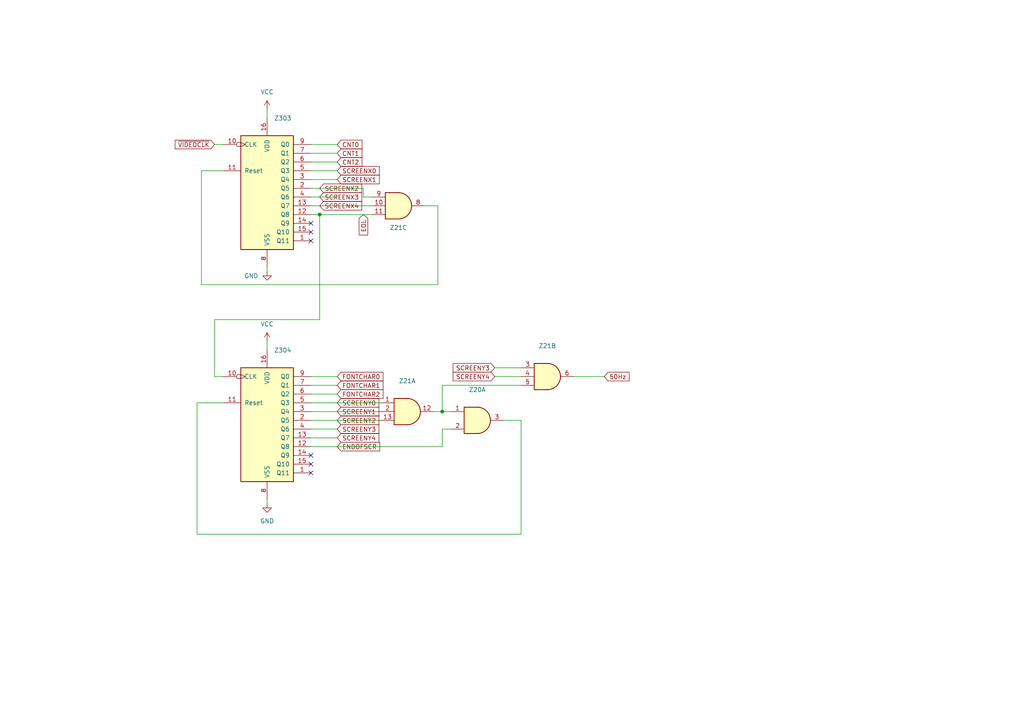
<source format=kicad_sch>
(kicad_sch (version 20211123) (generator eeschema)
  (paper "A4")
  (title_block (title "JupiterAceZ180") (date "2019-09-14") (rev "Alpha") (company "Ontobus") (comment 1 "John Bradley") (comment 2 "https://creativecommons.org/licenses/by-nc-sa/4.0/") (comment 3 "Attribution-NonCommercial-ShareAlike 4.0 International License.") (comment 4 "This work is licensed under a Creative Commons "))
  (lib_symbols
    (symbol "4xxx:4040" (pin_names (offset 1.016))
      (property "Reference" "U" (at -7.62 16.51 0))
      (property "Value" "4040" (at -7.62 -19.05 0))
      (symbol "4040_1_0"
        (pin output line (at 12.7 -15.24 180) (length 5.08) (name "Q11") (number "1"))
        (pin input inverted_clock (at -12.7 12.7 0) (length 5.08) (name "CLK") (number "10"))
        (pin input line (at -12.7 5.08 0) (length 5.08) (name "Reset") (number "11"))
        (pin output line (at 12.7 -7.62 180) (length 5.08) (name "Q8") (number "12"))
        (pin output line (at 12.7 -5.08 180) (length 5.08) (name "Q7") (number "13"))
        (pin output line (at 12.7 -10.16 180) (length 5.08) (name "Q9") (number "14"))
        (pin output line (at 12.7 -12.7 180) (length 5.08) (name "Q10") (number "15"))
        (pin power_in line (at 0 20.32 270) (length 5.08) (name "VDD") (number "16"))
        (pin output line (at 12.7 0 180) (length 5.08) (name "Q5") (number "2"))
        (pin output line (at 12.7 2.54 180) (length 5.08) (name "Q4") (number "3"))
        (pin output line (at 12.7 -2.54 180) (length 5.08) (name "Q6") (number "4"))
        (pin output line (at 12.7 5.08 180) (length 5.08) (name "Q3") (number "5"))
        (pin output line (at 12.7 7.62 180) (length 5.08) (name "Q2") (number "6"))
        (pin output line (at 12.7 10.16 180) (length 5.08) (name "Q1") (number "7"))
        (pin power_in line (at 0 -22.86 90) (length 5.08) (name "VSS") (number "8"))
        (pin output line (at 12.7 12.7 180) (length 5.08) (name "Q0") (number "9"))
      )
      (symbol "4040_1_1"
        (rectangle (start -7.62 15.24) (end 7.62 -17.78) (stroke (width 0.254)) (fill (type background)))
      )
    )
    (symbol "74xx:74LS08" (pin_names (offset 1.016))
      (property "Reference" "U" (at 0 1.27 0))
      (property "Value" "74LS08" (at 0 -1.27 0))
      (symbol "74LS08_1_1"
        (arc (start 0 -3.81) (mid 3.81 0) (end 0 3.81) (stroke (width 0.254)) (fill (type background)))
        (polyline (pts (xy 0 3.81) (xy -3.81 3.81) (xy -3.81 -3.81) (xy 0 -3.81)) (stroke (width 0.254)) (fill (type background)))
        (pin input line (at -7.62 2.54 0) (length 3.81) (name "~") (number "1"))
        (pin input line (at -7.62 -2.54 0) (length 3.81) (name "~") (number "2"))
        (pin output line (at 7.62 0 180) (length 3.81) (name "~") (number "3"))
      )
      (symbol "74LS08_1_2"
        (arc (start -3.81 -3.81) (mid -2.589 0) (end -3.81 3.81) (stroke (width 0.254)))
        (arc (start -0.6096 -3.81) (mid 2.1842 -2.5851) (end 3.81 0) (stroke (width 0.254)) (fill (type background)))
        (polyline (pts (xy -3.81 -3.81) (xy -0.635 -3.81)) (stroke (width 0.254)) (fill (type background)))
        (polyline (pts (xy -3.81 3.81) (xy -0.635 3.81)) (stroke (width 0.254)) (fill (type background)))
        (polyline (pts (xy -0.635 3.81) (xy -3.81 3.81) (xy -3.81 3.81) (xy -3.556 3.4036) (xy -3.0226 2.2606) (xy -2.6924 1.0414) (xy -2.6162 -0.254) (xy -2.7686 -1.4986) (xy -3.175 -2.7178) (xy -3.81 -3.81) (xy -3.81 -3.81) (xy -0.635 -3.81)) (stroke (width -25.4)) (fill (type background)))
        (arc (start 3.81 0) (mid 2.1915 2.5936) (end -0.6096 3.81) (stroke (width 0.254)) (fill (type background)))
        (pin input inverted (at -7.62 2.54 0) (length 4.318) (name "~") (number "1"))
        (pin input inverted (at -7.62 -2.54 0) (length 4.318) (name "~") (number "2"))
        (pin output inverted (at 7.62 0 180) (length 3.81) (name "~") (number "3"))
      )
      (symbol "74LS08_2_1"
        (arc (start 0 -3.81) (mid 3.81 0) (end 0 3.81) (stroke (width 0.254)) (fill (type background)))
        (polyline (pts (xy 0 3.81) (xy -3.81 3.81) (xy -3.81 -3.81) (xy 0 -3.81)) (stroke (width 0.254)) (fill (type background)))
        (pin input line (at -7.62 2.54 0) (length 3.81) (name "~") (number "4"))
        (pin input line (at -7.62 -2.54 0) (length 3.81) (name "~") (number "5"))
        (pin output line (at 7.62 0 180) (length 3.81) (name "~") (number "6"))
      )
      (symbol "74LS08_2_2"
        (arc (start -3.81 -3.81) (mid -2.589 0) (end -3.81 3.81) (stroke (width 0.254)))
        (arc (start -0.6096 -3.81) (mid 2.1842 -2.5851) (end 3.81 0) (stroke (width 0.254)) (fill (type background)))
        (polyline (pts (xy -3.81 -3.81) (xy -0.635 -3.81)) (stroke (width 0.254)) (fill (type background)))
        (polyline (pts (xy -3.81 3.81) (xy -0.635 3.81)) (stroke (width 0.254)) (fill (type background)))
        (polyline (pts (xy -0.635 3.81) (xy -3.81 3.81) (xy -3.81 3.81) (xy -3.556 3.4036) (xy -3.0226 2.2606) (xy -2.6924 1.0414) (xy -2.6162 -0.254) (xy -2.7686 -1.4986) (xy -3.175 -2.7178) (xy -3.81 -3.81) (xy -3.81 -3.81) (xy -0.635 -3.81)) (stroke (width -25.4)) (fill (type background)))
        (arc (start 3.81 0) (mid 2.1915 2.5936) (end -0.6096 3.81) (stroke (width 0.254)) (fill (type background)))
        (pin input inverted (at -7.62 2.54 0) (length 4.318) (name "~") (number "4"))
        (pin input inverted (at -7.62 -2.54 0) (length 4.318) (name "~") (number "5"))
        (pin output inverted (at 7.62 0 180) (length 3.81) (name "~") (number "6"))
      )
      (symbol "74LS08_3_1"
        (arc (start 0 -3.81) (mid 3.81 0) (end 0 3.81) (stroke (width 0.254)) (fill (type background)))
        (polyline (pts (xy 0 3.81) (xy -3.81 3.81) (xy -3.81 -3.81) (xy 0 -3.81)) (stroke (width 0.254)) (fill (type background)))
        (pin input line (at -7.62 -2.54 0) (length 3.81) (name "~") (number "10"))
        (pin output line (at 7.62 0 180) (length 3.81) (name "~") (number "8"))
        (pin input line (at -7.62 2.54 0) (length 3.81) (name "~") (number "9"))
      )
      (symbol "74LS08_3_2"
        (arc (start -3.81 -3.81) (mid -2.589 0) (end -3.81 3.81) (stroke (width 0.254)))
        (arc (start -0.6096 -3.81) (mid 2.1842 -2.5851) (end 3.81 0) (stroke (width 0.254)) (fill (type background)))
        (polyline (pts (xy -3.81 -3.81) (xy -0.635 -3.81)) (stroke (width 0.254)) (fill (type background)))
        (polyline (pts (xy -3.81 3.81) (xy -0.635 3.81)) (stroke (width 0.254)) (fill (type background)))
        (polyline (pts (xy -0.635 3.81) (xy -3.81 3.81) (xy -3.81 3.81) (xy -3.556 3.4036) (xy -3.0226 2.2606) (xy -2.6924 1.0414) (xy -2.6162 -0.254) (xy -2.7686 -1.4986) (xy -3.175 -2.7178) (xy -3.81 -3.81) (xy -3.81 -3.81) (xy -0.635 -3.81)) (stroke (width -25.4)) (fill (type background)))
        (arc (start 3.81 0) (mid 2.1915 2.5936) (end -0.6096 3.81) (stroke (width 0.254)) (fill (type background)))
        (pin input inverted (at -7.62 -2.54 0) (length 4.318) (name "~") (number "10"))
        (pin output inverted (at 7.62 0 180) (length 3.81) (name "~") (number "8"))
        (pin input inverted (at -7.62 2.54 0) (length 4.318) (name "~") (number "9"))
      )
      (symbol "74LS08_4_1"
        (arc (start 0 -3.81) (mid 3.81 0) (end 0 3.81) (stroke (width 0.254)) (fill (type background)))
        (polyline (pts (xy 0 3.81) (xy -3.81 3.81) (xy -3.81 -3.81) (xy 0 -3.81)) (stroke (width 0.254)) (fill (type background)))
        (pin output line (at 7.62 0 180) (length 3.81) (name "~") (number "11"))
        (pin input line (at -7.62 2.54 0) (length 3.81) (name "~") (number "12"))
        (pin input line (at -7.62 -2.54 0) (length 3.81) (name "~") (number "13"))
      )
      (symbol "74LS08_4_2"
        (arc (start -3.81 -3.81) (mid -2.589 0) (end -3.81 3.81) (stroke (width 0.254)))
        (arc (start -0.6096 -3.81) (mid 2.1842 -2.5851) (end 3.81 0) (stroke (width 0.254)) (fill (type background)))
        (polyline (pts (xy -3.81 -3.81) (xy -0.635 -3.81)) (stroke (width 0.254)) (fill (type background)))
        (polyline (pts (xy -3.81 3.81) (xy -0.635 3.81)) (stroke (width 0.254)) (fill (type background)))
        (polyline (pts (xy -0.635 3.81) (xy -3.81 3.81) (xy -3.81 3.81) (xy -3.556 3.4036) (xy -3.0226 2.2606) (xy -2.6924 1.0414) (xy -2.6162 -0.254) (xy -2.7686 -1.4986) (xy -3.175 -2.7178) (xy -3.81 -3.81) (xy -3.81 -3.81) (xy -0.635 -3.81)) (stroke (width -25.4)) (fill (type background)))
        (arc (start 3.81 0) (mid 2.1915 2.5936) (end -0.6096 3.81) (stroke (width 0.254)) (fill (type background)))
        (pin output inverted (at 7.62 0 180) (length 3.81) (name "~") (number "11"))
        (pin input inverted (at -7.62 2.54 0) (length 4.318) (name "~") (number "12"))
        (pin input inverted (at -7.62 -2.54 0) (length 4.318) (name "~") (number "13"))
      )
      (symbol "74LS08_5_0"
        (pin power_in line (at 0 12.7 270) (length 5.08) (name "VCC") (number "14"))
        (pin power_in line (at 0 -12.7 90) (length 5.08) (name "GND") (number "7"))
      )
      (symbol "74LS08_5_1"
        (rectangle (start -5.08 7.62) (end 5.08 -7.62) (stroke (width 0.254)) (fill (type background)))
      )
    )
    (symbol "74xx:74LS11" (pin_names (offset 1.016))
      (property "Reference" "U" (at 0 1.27 0))
      (property "Value" "74LS11" (at 0 -1.27 0))
      (symbol "74LS11_1_1"
        (arc (start 0 -3.81) (mid 3.81 0) (end 0 3.81) (stroke (width 0.254)) (fill (type background)))
        (polyline (pts (xy 0 3.81) (xy -3.81 3.81) (xy -3.81 -3.81) (xy 0 -3.81)) (stroke (width 0.254)) (fill (type background)))
        (pin input line (at -7.62 2.54 0) (length 3.81) (name "~") (number "1"))
        (pin output line (at 7.62 0 180) (length 3.81) (name "~") (number "12"))
        (pin input line (at -7.62 -2.54 0) (length 3.81) (name "~") (number "13"))
        (pin input line (at -7.62 0 0) (length 3.81) (name "~") (number "2"))
      )
      (symbol "74LS11_1_2"
        (arc (start -3.81 -3.81) (mid -2.589 0) (end -3.81 3.81) (stroke (width 0.254)))
        (arc (start -0.6096 -3.81) (mid 2.1842 -2.5851) (end 3.81 0) (stroke (width 0.254)) (fill (type background)))
        (polyline (pts (xy -3.81 -3.81) (xy -0.635 -3.81)) (stroke (width 0.254)) (fill (type background)))
        (polyline (pts (xy -3.81 3.81) (xy -0.635 3.81)) (stroke (width 0.254)) (fill (type background)))
        (polyline (pts (xy -0.635 3.81) (xy -3.81 3.81) (xy -3.81 3.81) (xy -3.556 3.4036) (xy -3.0226 2.2606) (xy -2.6924 1.0414) (xy -2.6162 -0.254) (xy -2.7686 -1.4986) (xy -3.175 -2.7178) (xy -3.81 -3.81) (xy -3.81 -3.81) (xy -0.635 -3.81)) (stroke (width -25.4)) (fill (type background)))
        (arc (start 3.81 0) (mid 2.1915 2.5936) (end -0.6096 3.81) (stroke (width 0.254)) (fill (type background)))
        (pin input inverted (at -7.62 2.54 0) (length 4.318) (name "~") (number "1"))
        (pin output inverted (at 7.62 0 180) (length 3.81) (name "~") (number "12"))
        (pin input inverted (at -7.62 -2.54 0) (length 4.318) (name "~") (number "13"))
        (pin input inverted (at -7.62 0 0) (length 4.953) (name "~") (number "2"))
      )
      (symbol "74LS11_2_1"
        (arc (start 0 -3.81) (mid 3.81 0) (end 0 3.81) (stroke (width 0.254)) (fill (type background)))
        (polyline (pts (xy 0 3.81) (xy -3.81 3.81) (xy -3.81 -3.81) (xy 0 -3.81)) (stroke (width 0.254)) (fill (type background)))
        (pin input line (at -7.62 2.54 0) (length 3.81) (name "~") (number "3"))
        (pin input line (at -7.62 0 0) (length 3.81) (name "~") (number "4"))
        (pin input line (at -7.62 -2.54 0) (length 3.81) (name "~") (number "5"))
        (pin output line (at 7.62 0 180) (length 3.81) (name "~") (number "6"))
      )
      (symbol "74LS11_2_2"
        (arc (start -3.81 -3.81) (mid -2.589 0) (end -3.81 3.81) (stroke (width 0.254)))
        (arc (start -0.6096 -3.81) (mid 2.1842 -2.5851) (end 3.81 0) (stroke (width 0.254)) (fill (type background)))
        (polyline (pts (xy -3.81 -3.81) (xy -0.635 -3.81)) (stroke (width 0.254)) (fill (type background)))
        (polyline (pts (xy -3.81 3.81) (xy -0.635 3.81)) (stroke (width 0.254)) (fill (type background)))
        (polyline (pts (xy -0.635 3.81) (xy -3.81 3.81) (xy -3.81 3.81) (xy -3.556 3.4036) (xy -3.0226 2.2606) (xy -2.6924 1.0414) (xy -2.6162 -0.254) (xy -2.7686 -1.4986) (xy -3.175 -2.7178) (xy -3.81 -3.81) (xy -3.81 -3.81) (xy -0.635 -3.81)) (stroke (width -25.4)) (fill (type background)))
        (arc (start 3.81 0) (mid 2.1915 2.5936) (end -0.6096 3.81) (stroke (width 0.254)) (fill (type background)))
        (pin input inverted (at -7.62 2.54 0) (length 4.318) (name "~") (number "3"))
        (pin input inverted (at -7.62 0 0) (length 4.953) (name "~") (number "4"))
        (pin input inverted (at -7.62 -2.54 0) (length 4.318) (name "~") (number "5"))
        (pin output inverted (at 7.62 0 180) (length 3.81) (name "~") (number "6"))
      )
      (symbol "74LS11_3_1"
        (arc (start 0 -3.81) (mid 3.81 0) (end 0 3.81) (stroke (width 0.254)) (fill (type background)))
        (polyline (pts (xy 0 3.81) (xy -3.81 3.81) (xy -3.81 -3.81) (xy 0 -3.81)) (stroke (width 0.254)) (fill (type background)))
        (pin input line (at -7.62 0 0) (length 3.81) (name "~") (number "10"))
        (pin input line (at -7.62 -2.54 0) (length 3.81) (name "~") (number "11"))
        (pin output line (at 7.62 0 180) (length 3.81) (name "~") (number "8"))
        (pin input line (at -7.62 2.54 0) (length 3.81) (name "~") (number "9"))
      )
      (symbol "74LS11_3_2"
        (arc (start -3.81 -3.81) (mid -2.589 0) (end -3.81 3.81) (stroke (width 0.254)))
        (arc (start -0.6096 -3.81) (mid 2.1842 -2.5851) (end 3.81 0) (stroke (width 0.254)) (fill (type background)))
        (polyline (pts (xy -3.81 -3.81) (xy -0.635 -3.81)) (stroke (width 0.254)) (fill (type background)))
        (polyline (pts (xy -3.81 3.81) (xy -0.635 3.81)) (stroke (width 0.254)) (fill (type background)))
        (polyline (pts (xy -0.635 3.81) (xy -3.81 3.81) (xy -3.81 3.81) (xy -3.556 3.4036) (xy -3.0226 2.2606) (xy -2.6924 1.0414) (xy -2.6162 -0.254) (xy -2.7686 -1.4986) (xy -3.175 -2.7178) (xy -3.81 -3.81) (xy -3.81 -3.81) (xy -0.635 -3.81)) (stroke (width -25.4)) (fill (type background)))
        (arc (start 3.81 0) (mid 2.1915 2.5936) (end -0.6096 3.81) (stroke (width 0.254)) (fill (type background)))
        (pin input inverted (at -7.62 0 0) (length 4.953) (name "~") (number "10"))
        (pin input inverted (at -7.62 -2.54 0) (length 4.318) (name "~") (number "11"))
        (pin output inverted (at 7.62 0 180) (length 3.81) (name "~") (number "8"))
        (pin input inverted (at -7.62 2.54 0) (length 4.318) (name "~") (number "9"))
      )
      (symbol "74LS11_4_0"
        (pin power_in line (at 0 12.7 270) (length 5.08) (name "VCC") (number "14"))
        (pin power_in line (at 0 -12.7 90) (length 5.08) (name "GND") (number "7"))
      )
      (symbol "74LS11_4_1"
        (rectangle (start -5.08 7.62) (end 5.08 -7.62) (stroke (width 0.254)) (fill (type background)))
      )
    )
    (symbol "power:GND" (power) (pin_names (offset 0))
      (property "Value" "GND" (at 0 -3.81 0))
      (symbol "GND_0_1"
        (polyline (pts (xy 0 0) (xy 0 -1.27) (xy 1.27 -1.27) (xy 0 -2.54) (xy -1.27 -1.27) (xy 0 -1.27)))
      )
      (symbol "GND_1_1"
        (pin power_in line (at 0 0 270) (length 0) hide (name "GND") (number "1"))
      )
    )
    (symbol "power:VCC" (power) (pin_names (offset 0))
      (property "Value" "VCC" (at 0 3.81 0))
      (symbol "VCC_0_1"
        (polyline (pts (xy -0.762 1.27) (xy 0 2.54)))
        (polyline (pts (xy 0 0) (xy 0 2.54)))
        (polyline (pts (xy 0 2.54) (xy 0.762 1.27)))
      )
      (symbol "VCC_1_1"
        (pin power_in line (at 0 0 90) (length 0) hide (name "VCC") (number "1"))
      )
    )
  )
  (junction (at 128.27 119.38))
  (junction (at 92.71 62.23))
  (no_connect (at 90.17 67.31))
  (no_connect (at 90.17 64.77))
  (no_connect (at 90.17 132.08))
  (no_connect (at 90.17 137.16))
  (no_connect (at 90.17 69.85))
  (no_connect (at 90.17 134.62))
  (wire (pts (xy 90.17 121.92) (xy 110.49 121.92)))
  (wire (pts (xy 77.47 144.78) (xy 77.47 146.05)))
  (wire (pts (xy 146.05 121.92) (xy 151.13 121.92)))
  (wire (pts (xy 90.17 111.76) (xy 97.79 111.76)))
  (wire (pts (xy 128.27 111.76) (xy 151.13 111.76)))
  (wire (pts (xy 77.47 34.29) (xy 77.47 31.75)))
  (wire (pts (xy 90.17 119.38) (xy 110.49 119.38)))
  (wire (pts (xy 90.17 62.23) (xy 92.71 62.23)))
  (wire (pts (xy 90.17 124.46) (xy 97.79 124.46)))
  (wire (pts (xy 90.17 46.99) (xy 97.79 46.99)))
  (wire (pts (xy 57.15 116.84) (xy 57.15 154.94)))
  (wire (pts (xy 62.23 109.22) (xy 64.77 109.22)))
  (wire (pts (xy 57.15 154.94) (xy 151.13 154.94)))
  (wire (pts (xy 143.51 106.68) (xy 151.13 106.68)))
  (wire (pts (xy 90.17 116.84) (xy 110.49 116.84)))
  (wire (pts (xy 105.41 57.15) (xy 107.95 57.15)))
  (wire (pts (xy 64.77 41.91) (xy 62.23 41.91)))
  (wire (pts (xy 90.17 49.53) (xy 97.79 49.53)))
  (wire (pts (xy 90.17 129.54) (xy 128.27 129.54)))
  (wire (pts (xy 64.77 116.84) (xy 57.15 116.84)))
  (wire (pts (xy 127 59.69) (xy 127 82.55)))
  (wire (pts (xy 90.17 52.07) (xy 97.79 52.07)))
  (wire (pts (xy 166.37 109.22) (xy 175.26 109.22)))
  (wire (pts (xy 105.41 54.61) (xy 105.41 57.15)))
  (wire (pts (xy 90.17 59.69) (xy 107.95 59.69)))
  (wire (pts (xy 90.17 127) (xy 97.79 127)))
  (wire (pts (xy 58.42 82.55) (xy 58.42 49.53)))
  (wire (pts (xy 151.13 121.92) (xy 151.13 154.94)))
  (wire (pts (xy 58.42 49.53) (xy 64.77 49.53)))
  (wire (pts (xy 90.17 109.22) (xy 97.79 109.22)))
  (wire (pts (xy 128.27 119.38) (xy 130.81 119.38)))
  (wire (pts (xy 90.17 54.61) (xy 105.41 54.61)))
  (wire (pts (xy 128.27 111.76) (xy 128.27 119.38)))
  (wire (pts (xy 127 82.55) (xy 58.42 82.55)))
  (wire (pts (xy 77.47 77.47) (xy 77.47 78.74)))
  (wire (pts (xy 123.19 59.69) (xy 127 59.69)))
  (wire (pts (xy 92.71 62.23) (xy 107.95 62.23)))
  (wire (pts (xy 125.73 119.38) (xy 128.27 119.38)))
  (wire (pts (xy 62.23 92.71) (xy 62.23 109.22)))
  (wire (pts (xy 92.71 92.71) (xy 62.23 92.71)))
  (wire (pts (xy 143.51 109.22) (xy 151.13 109.22)))
  (wire (pts (xy 90.17 57.15) (xy 97.79 57.15)))
  (wire (pts (xy 90.17 114.3) (xy 97.79 114.3)))
  (wire (pts (xy 128.27 124.46) (xy 128.27 129.54)))
  (wire (pts (xy 92.71 62.23) (xy 92.71 92.71)))
  (wire (pts (xy 77.47 101.6) (xy 77.47 99.06)))
  (wire (pts (xy 90.17 44.45) (xy 97.79 44.45)))
  (wire (pts (xy 130.81 124.46) (xy 128.27 124.46)))
  (wire (pts (xy 90.17 41.91) (xy 97.79 41.91)))
  (global_label "FONTCHAR1" (shape input) (at 97.79 111.76 0) (property "Intersheet References" "${INTERSHEET_REFS}" (at 110.9999 111.6806 0) (effects (justify left))))
  (global_label "CNT2" (shape input) (at 97.79 46.99 0) (property "Intersheet References" "${INTERSHEET_REFS}" (at 104.8918 46.9106 0) (effects (justify left))))
  (global_label "SCREENX3" (shape input) (at 92.71 57.15 0) (property "Intersheet References" "${INTERSHEET_REFS}" (at 104.8313 57.0706 0) (effects (justify left))))
  (global_label "FONTCHAR2" (shape input) (at 97.79 114.3 0) (property "Intersheet References" "${INTERSHEET_REFS}" (at 110.9999 114.2206 0) (effects (justify left))))
  (global_label "CNT0" (shape input) (at 97.79 41.91 0) (property "Intersheet References" "${INTERSHEET_REFS}" (at 104.8918 41.8306 0) (effects (justify left))))
  (global_label "SCREENX1" (shape input) (at 97.79 52.07 0) (property "Intersheet References" "${INTERSHEET_REFS}" (at 109.9113 51.9906 0) (effects (justify left))))
  (global_label "SCREENY2" (shape input) (at 97.79 121.92 0) (property "Intersheet References" "${INTERSHEET_REFS}" (at 109.7904 121.8406 0) (effects (justify left))))
  (global_label "SCREENX0" (shape input) (at 97.79 49.53 0) (property "Intersheet References" "${INTERSHEET_REFS}" (at 109.9113 49.4506 0) (effects (justify left))))
  (global_label "SCREENX2" (shape input) (at 92.71 54.61 0) (property "Intersheet References" "${INTERSHEET_REFS}" (at 104.8313 54.5306 0) (effects (justify left))))
  (global_label "50Hz" (shape input) (at 175.26 109.22 0) (property "Intersheet References" "${INTERSHEET_REFS}" (at 182.3618 109.1406 0) (effects (justify left))))
  (global_label "~{VIDEOCLK}" (shape input) (at 62.23 41.91 180) (property "Intersheet References" "${INTERSHEET_REFS}" (at 50.8948 41.8306 0) (effects (justify right))))
  (global_label "SCREENX4" (shape input) (at 92.71 59.69 0) (property "Intersheet References" "${INTERSHEET_REFS}" (at 104.8313 59.6106 0) (effects (justify left))))
  (global_label "CNT1" (shape input) (at 97.79 44.45 0) (property "Intersheet References" "${INTERSHEET_REFS}" (at 104.8918 44.3706 0) (effects (justify left))))
  (global_label "SCREENY4" (shape input) (at 97.79 127 0) (property "Intersheet References" "${INTERSHEET_REFS}" (at 109.7904 126.9206 0) (effects (justify left))))
  (global_label "SCREENY1" (shape input) (at 97.79 119.38 0) (property "Intersheet References" "${INTERSHEET_REFS}" (at 109.7904 119.3006 0) (effects (justify left))))
  (global_label "ENDOFSCR" (shape input) (at 97.79 129.54 0) (property "Intersheet References" "${INTERSHEET_REFS}" (at 110.0323 129.4606 0) (effects (justify left))))
  (global_label "SCREENY4" (shape input) (at 143.51 109.22 180) (property "Intersheet References" "${INTERSHEET_REFS}" (at 131.5096 109.1406 0) (effects (justify right))))
  (global_label "EOL" (shape input) (at 105.41 62.23 270) (property "Intersheet References" "${INTERSHEET_REFS}" (at 105.3306 68.0618 90) (effects (justify right))))
  (global_label "SCREENY0" (shape input) (at 97.79 116.84 0) (property "Intersheet References" "${INTERSHEET_REFS}" (at 109.7904 116.7606 0) (effects (justify left))))
  (global_label "SCREENY3" (shape input) (at 143.51 106.68 180) (property "Intersheet References" "${INTERSHEET_REFS}" (at 131.5096 106.6006 0) (effects (justify right))))
  (global_label "SCREENY3" (shape input) (at 97.79 124.46 0) (property "Intersheet References" "${INTERSHEET_REFS}" (at 109.7904 124.3806 0) (effects (justify left))))
  (global_label "FONTCHAR0" (shape input) (at 97.79 109.22 0) (property "Intersheet References" "${INTERSHEET_REFS}" (at 110.9999 109.1406 0) (effects (justify left))))
  (symbol (lib_id "4xxx:4040") (at 77.47 54.61 0) (unit 1)
    (property "Reference" "Z303" (at 79.4894 34.29 0) (effects (justify left)))
    (property "Datasheet" "http://www.intersil.com/content/dam/Intersil/documents/cd40/cd4020bms-24bms-40bms.pdf" (effects hide))
    (property "Description" "CD74HCT4040E, 12-stage Binary Counter, Up Counter 5V, 16-Pin PDIP" (effects hide))
    (property "Height" "5.08" (effects hide))
    (property "Manufacturer_Name" "Texas Instruments" (effects hide))
    (property "Manufacturer_Part_Number" "CD74HCT4040E" (effects hide))
    (property "Mouser Part Number" "595-CD74HCT4040E" (effects hide))
    (property "Mouser Price/Stock" "https://www.mouser.com/Search/Refine.aspx?Keyword=595-CD74HCT4040E" (effects hide))
    (property "RS Part Number" "0635252P" (effects hide))
    (property "RS Price/Stock" "http://uk.rs-online.com/web/p/products/0635252P" (effects hide))
  )
  (symbol (lib_id "74xx:74LS11") (at 115.57 59.69 0) (unit 3)
    (property "Reference" "Z21" (at 115.57 66.04 0))
    (property "Datasheet" "http://www.ti.com/lit/gpn/sn74LS11" (effects hide))
  )
  (symbol (lib_id "4xxx:4040") (at 77.47 121.92 0) (unit 1)
    (property "Reference" "Z304" (at 79.4894 101.6 0) (effects (justify left)))
    (property "Datasheet" "http://www.intersil.com/content/dam/Intersil/documents/cd40/cd4020bms-24bms-40bms.pdf" (effects hide))
    (property "Description" "CD74HCT4040E, 12-stage Binary Counter, Up Counter 5V, 16-Pin PDIP" (effects hide))
    (property "Height" "5.08" (effects hide))
    (property "Manufacturer_Name" "Texas Instruments" (effects hide))
    (property "Manufacturer_Part_Number" "CD74HCT4040E" (effects hide))
    (property "Mouser Part Number" "595-CD74HCT4040E" (effects hide))
    (property "Mouser Price/Stock" "https://www.mouser.com/Search/Refine.aspx?Keyword=595-CD74HCT4040E" (effects hide))
    (property "RS Part Number" "0635252P" (effects hide))
    (property "RS Price/Stock" "http://uk.rs-online.com/web/p/products/0635252P" (effects hide))
  )
  (symbol (lib_id "74xx:74LS11") (at 118.11 119.38 0) (unit 1)
    (property "Reference" "Z21" (at 118.11 110.49 0))
    (property "Datasheet" "http://www.ti.com/lit/gpn/sn74LS11" (effects hide))
  )
  (symbol (lib_id "74xx:74LS08") (at 138.43 121.92 0) (unit 1)
    (property "Reference" "Z20" (at 138.43 113.03 0))
    (property "Datasheet" "http://www.ti.com/lit/gpn/sn74LS08" (effects hide))
  )
  (symbol (lib_id "74xx:74LS11") (at 158.75 109.22 0) (unit 2)
    (property "Reference" "Z21" (at 158.75 100.33 0))
    (property "Datasheet" "http://www.ti.com/lit/gpn/sn74LS11" (effects hide))
  )
  (symbol (lib_id "power:VCC") (at 77.47 31.75 0) (unit 1)
    (property "Reference" "#0144" (effects hide))
  )
  (symbol (lib_id "power:VCC") (at 77.47 99.06 0) (unit 1)
    (property "Reference" "#0143" (effects hide))
  )
  (symbol (lib_id "power:GND") (at 77.47 146.05 0) (unit 1)
    (property "Reference" "#0142" (effects hide))
  )
  (symbol (lib_id "power:GND") (at 77.47 78.74 0) (unit 1)
    (property "Reference" "#0125" (effects hide))
  )
)
</source>
